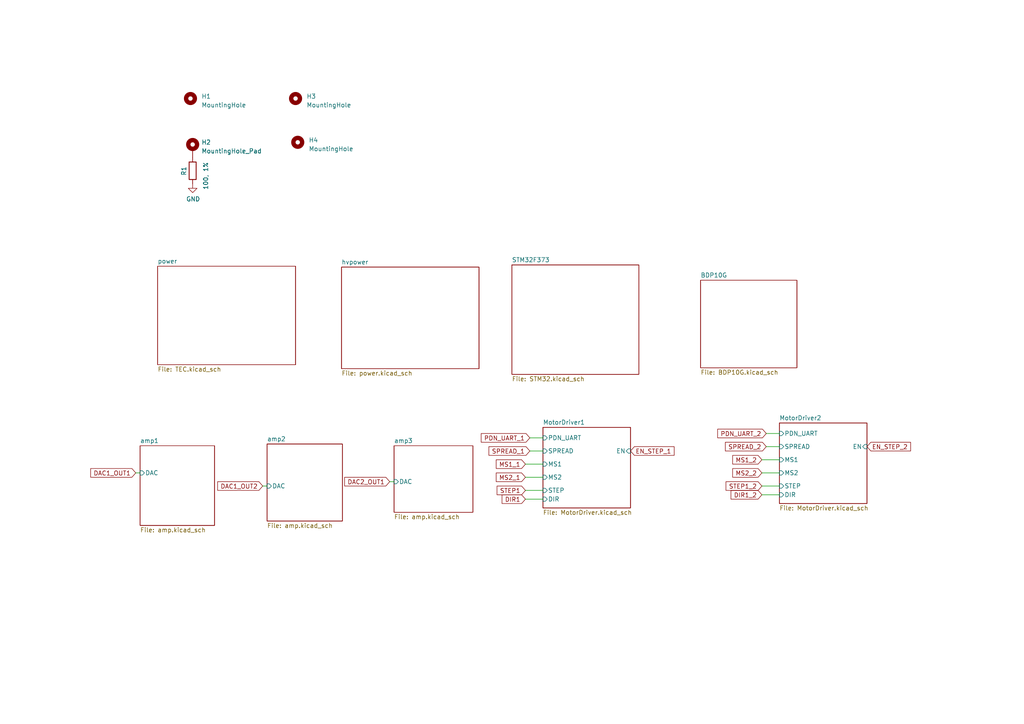
<source format=kicad_sch>
(kicad_sch (version 20231120) (generator "eeschema") (generator_version "8.0")
  (paper "A4")
  (lib_symbols
    (symbol "piezo_driver:GND" (power) (pin_names (offset 0))
      (property "Value" "GND" (at 0 -3.81 0))
      (symbol "GND_0_1"
        (polyline (pts (xy 0 0) (xy 0 -1.27) (xy 1.27 -1.27) (xy 0 -2.54) (xy -1.27 -1.27) (xy 0 -1.27)))
      )
      (symbol "GND_1_1"
        (pin power_in line (at 0 0 270) (length 0) hide (name "GND") (number "1"))
      )
    )
    (symbol "piezo_driver:MountingHole" (pin_names (offset 1.016))
      (property "Reference" "H" (at 0 5.08 0))
      (property "Value" "MountingHole" (at 0 3.175 0))
      (symbol "MountingHole_0_1"
        (circle (center 0 0) (radius 1.27) (stroke (width 1.27)))
      )
    )
    (symbol "piezo_driver:MountingHole_Pad" (pin_numbers hide) (pin_names (offset 1.016) hide)
      (property "Reference" "H" (at 0 6.35 0))
      (property "Value" "MountingHole_Pad" (at 0 4.445 0))
      (symbol "MountingHole_Pad_0_1"
        (circle (center 0 1.27) (radius 1.27) (stroke (width 1.27)))
      )
      (symbol "MountingHole_Pad_1_1"
        (pin input line (at 0 -2.54 90) (length 2.54) (name "1") (number "1"))
      )
    )
    (symbol "piezo_driver:R" (pin_numbers hide) (pin_names (offset 0))
      (property "Reference" "R" (at 2.032 0 90))
      (property "Value" "R" (at 0 0 90))
      (symbol "R_0_1"
        (rectangle (start -1.016 -2.54) (end 1.016 2.54) (stroke (width 0.254)))
      )
      (symbol "R_1_1"
        (pin passive line (at 0 3.81 270) (length 1.27) (name "~") (number "1"))
        (pin passive line (at 0 -3.81 90) (length 1.27) (name "~") (number "2"))
      )
    )
  )
  (wire (pts (xy 152.4 138.43) (xy 157.48 138.43)))
  (wire (pts (xy 220.98 143.51) (xy 226.06 143.51)))
  (wire (pts (xy 76.2 140.97) (xy 77.47 140.97)))
  (wire (pts (xy 152.4 142.24) (xy 157.48 142.24)))
  (wire (pts (xy 220.98 133.35) (xy 226.06 133.35)))
  (wire (pts (xy 39.37 137.16) (xy 40.64 137.16)))
  (wire (pts (xy 152.4 144.78) (xy 157.48 144.78)))
  (wire (pts (xy 220.98 137.16) (xy 226.06 137.16)))
  (wire (pts (xy 113.03 139.7) (xy 114.3 139.7)))
  (wire (pts (xy 222.25 125.73) (xy 226.06 125.73)))
  (wire (pts (xy 220.98 140.97) (xy 226.06 140.97)))
  (wire (pts (xy 222.25 129.54) (xy 226.06 129.54)))
  (wire (pts (xy 153.67 127) (xy 157.48 127)))
  (wire (pts (xy 152.4 134.62) (xy 157.48 134.62)))
  (wire (pts (xy 153.67 130.81) (xy 157.48 130.81)))
  (global_label "SPREAD_2" (shape input) (at 222.25 129.54 180) (property "Intersheetrefs" "${INTERSHEET_REFS}" (effects (hide yes))))
  (global_label "DAC1_OUT1" (shape input) (at 39.37 137.16 180) (property "Intersheetrefs" "${INTERSHEET_REFS}" (effects (hide yes))))
  (global_label "MS2_1" (shape input) (at 152.4 138.43 180) (property "Intersheetrefs" "${INTERSHEET_REFS}" (effects (hide yes))))
  (global_label "PDN_UART_1" (shape input) (at 153.67 127 180) (property "Intersheetrefs" "${INTERSHEET_REFS}" (effects (hide yes))))
  (global_label "PDN_UART_2" (shape input) (at 222.25 125.73 180) (property "Intersheetrefs" "${INTERSHEET_REFS}" (effects (hide yes))))
  (global_label "EN_STEP_2" (shape input) (at 251.46 129.54 0) (property "Intersheetrefs" "${INTERSHEET_REFS}" (effects (hide yes))))
  (global_label "DIR1_2" (shape input) (at 220.98 143.51 180) (property "Intersheetrefs" "${INTERSHEET_REFS}" (effects (hide yes))))
  (global_label "DIR1" (shape input) (at 152.4 144.78 180) (property "Intersheetrefs" "${INTERSHEET_REFS}" (effects (hide yes))))
  (global_label "EN_STEP_1" (shape input) (at 182.88 130.81 0) (property "Intersheetrefs" "${INTERSHEET_REFS}" (effects (hide yes))))
  (global_label "DAC2_OUT1" (shape input) (at 113.03 139.7 180) (property "Intersheetrefs" "${INTERSHEET_REFS}" (effects (hide yes))))
  (global_label "MS1_1" (shape input) (at 152.4 134.62 180) (property "Intersheetrefs" "${INTERSHEET_REFS}" (effects (hide yes))))
  (global_label "SPREAD_1" (shape input) (at 153.67 130.81 180) (property "Intersheetrefs" "${INTERSHEET_REFS}" (effects (hide yes))))
  (global_label "MS1_2" (shape input) (at 220.98 133.35 180) (property "Intersheetrefs" "${INTERSHEET_REFS}" (effects (hide yes))))
  (global_label "STEP1_2" (shape input) (at 220.98 140.97 180) (property "Intersheetrefs" "${INTERSHEET_REFS}" (effects (hide yes))))
  (global_label "MS2_2" (shape input) (at 220.98 137.16 180) (property "Intersheetrefs" "${INTERSHEET_REFS}" (effects (hide yes))))
  (global_label "STEP1" (shape input) (at 152.4 142.24 180) (property "Intersheetrefs" "${INTERSHEET_REFS}" (effects (hide yes))))
  (global_label "DAC1_OUT2" (shape input) (at 76.2 140.97 180) (property "Intersheetrefs" "${INTERSHEET_REFS}" (effects (hide yes))))
  (symbol (lib_id "piezo_driver:MountingHole") (at 85.725 28.575 0) (unit 1)
    (property "Reference" "H3" (at 88.9 27.94 0) (effects (justify left)))
    (property "Value" "MountingHole" (at 88.9 30.48 0) (effects (justify left)))
    (property "Footprint" "piezo_driver:MountingHole_3.2mm_M3" (effects (hide yes)))
  )
  (symbol (lib_id "piezo_driver:R") (at 55.88 49.53 180) (unit 1)
    (property "Reference" "R1" (at 53.34 48.26 90) (effects (justify left)))
    (property "Value" "100, 1%" (at 59.69 46.99 90) (effects (justify left)))
    (property "Footprint" "piezo_driver:R_0603_1608Metric_u" (effects (hide yes)))
    (property "JLC" "0603" (effects (hide yes)))
    (property "LCSC" "C22775" (effects (hide yes)))
  )
  (symbol (lib_id "piezo_driver:MountingHole_Pad") (at 55.88 43.18 0) (unit 1)
    (property "Reference" "H2" (at 58.42 41.275 0) (effects (justify left)))
    (property "Value" "MountingHole_Pad" (at 58.42 43.815 0) (effects (justify left)))
    (property "Footprint" "piezo_driver:MountingHole_3.2mm_M3_DIN965_Pad" (effects (hide yes)))
  )
  (symbol (lib_id "piezo_driver:MountingHole") (at 55.245 28.575 0) (unit 1)
    (property "Reference" "H1" (at 58.42 27.94 0) (effects (justify left)))
    (property "Value" "MountingHole" (at 58.42 30.48 0) (effects (justify left)))
    (property "Footprint" "piezo_driver:MountingHole_3.2mm_M3" (effects (hide yes)))
  )
  (symbol (lib_id "piezo_driver:MountingHole") (at 86.36 41.275 0) (unit 1)
    (property "Reference" "H4" (at 89.535 40.64 0) (effects (justify left)))
    (property "Value" "MountingHole" (at 89.535 43.18 0) (effects (justify left)))
    (property "Footprint" "piezo_driver:MountingHole_3.2mm_M3" (effects (hide yes)))
  )
  (symbol (lib_id "piezo_driver:GND") (at 55.88 53.34 0) (unit 1)
    (property "Reference" "#PWR01" (effects (hide yes)))
    (property "Value" "GND" (at 56.007 57.7342 0))
    (property "Description" "Power symbol creates a global label with name \"GND\" , ground" (effects (hide yes)))
  )
  (sheet (at 148.463 76.835) (size 36.83 31.75)
    (property "Sheetname" "STM32F373" (at 148.463 76.1234 0) (effects (justify left bottom)))
    (property "Sheetfile" "STM32.kicad_sch" (at 148.463 109.1696 0) (effects (justify left top)))
  )
  (sheet (at 226.06 122.682) (size 25.4 23.368) (stroke (width 0.1524))
    (property "Sheetname" "MotorDriver2" (at 226.06 121.9704 0) (effects (justify left bottom)))
    (property "Sheetfile" "MotorDriver.kicad_sch" (at 226.06 146.6346 0) (effects (justify left top)))
    (pin "PDN_UART" input (at 226.06 125.73 180))
    (pin "SPREAD" input (at 226.06 129.54 180))
    (pin "MS1" input (at 226.06 133.35 180))
    (pin "MS2" input (at 226.06 137.16 180))
    (pin "STEP" input (at 226.06 140.97 180))
    (pin "DIR" input (at 226.06 143.51 180))
    (pin "EN" input (at 251.46 129.54 0))
  )
  (sheet (at 203.2 81.28) (size 27.94 25.4) (stroke (width 0.1524))
    (property "Sheetname" "BDP10G" (at 203.2 80.5684 0) (effects (justify left bottom)))
    (property "Sheetfile" "BDP10G.kicad_sch" (at 203.2 107.2646 0) (effects (justify left top)))
  )
  (sheet (at 77.47 128.778) (size 21.844 22.352) (stroke (width 0.1524))
    (property "Sheetname" "amp2" (at 77.47 128.0664 0) (effects (justify left bottom)))
    (property "Sheetfile" "amp.kicad_sch" (at 77.47 151.7146 0) (effects (justify left top)))
    (pin "DAC" input (at 77.47 140.97 180))
  )
  (sheet (at 45.72 77.216) (size 40.005 28.575) (stroke (width 0.1524))
    (property "Sheetname" "power" (at 45.72 76.5044 0) (effects (justify left bottom)))
    (property "Sheetfile" "TEC.kicad_sch" (at 45.72 106.3756 0) (effects (justify left top)))
  )
  (sheet (at 114.3 129.286) (size 22.86 19.304) (stroke (width 0.1524))
    (property "Sheetname" "amp3" (at 114.3 128.5744 0) (effects (justify left bottom)))
    (property "Sheetfile" "amp.kicad_sch" (at 114.3 149.1746 0) (effects (justify left top)))
    (pin "DAC" input (at 114.3 139.7 180))
  )
  (sheet (at 99.06 77.47) (size 39.878 29.464) (stroke (width 0.1524))
    (property "Sheetname" "hvpower" (at 99.06 76.7584 0) (effects (justify left bottom)))
    (property "Sheetfile" "power.kicad_sch" (at 99.06 107.5186 0) (effects (justify left top)))
  )
  (sheet (at 40.64 129.286) (size 21.59 23.114) (stroke (width 0.1524))
    (property "Sheetname" "amp1" (at 40.64 128.5744 0) (effects (justify left bottom)))
    (property "Sheetfile" "amp.kicad_sch" (at 40.64 152.9846 0) (effects (justify left top)))
    (pin "DAC" input (at 40.64 137.16 180))
  )
  (sheet (at 157.48 123.952) (size 25.4 23.368) (stroke (width 0.1524))
    (property "Sheetname" "MotorDriver1" (at 157.48 123.2404 0) (effects (justify left bottom)))
    (property "Sheetfile" "MotorDriver.kicad_sch" (at 157.48 147.9046 0) (effects (justify left top)))
    (pin "PDN_UART" input (at 157.48 127 180))
    (pin "SPREAD" input (at 157.48 130.81 180))
    (pin "MS1" input (at 157.48 134.62 180))
    (pin "MS2" input (at 157.48 138.43 180))
    (pin "STEP" input (at 157.48 142.24 180))
    (pin "DIR" input (at 157.48 144.78 180))
    (pin "EN" input (at 182.88 130.81 0))
  )
)
</source>
